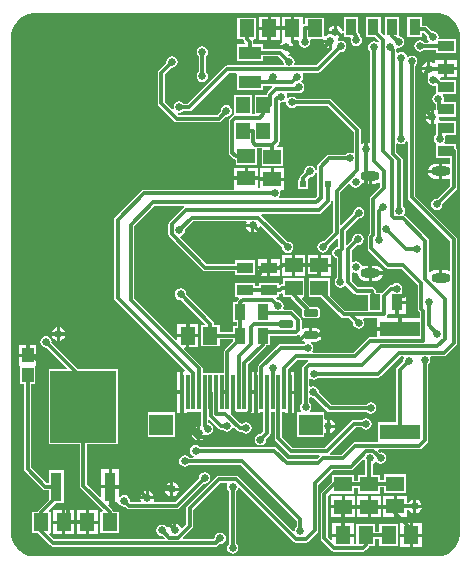
<source format=gbl>
G04*
G04 #@! TF.GenerationSoftware,Altium Limited,Altium Designer,20.0.2 (26)*
G04*
G04 Layer_Physical_Order=2*
G04 Layer_Color=16711680*
%FSLAX25Y25*%
%MOIN*%
G70*
G01*
G75*
%ADD13R,0.05433X0.03622*%
%ADD14R,0.03622X0.05433*%
%ADD17R,0.05906X0.05118*%
%ADD44C,0.01181*%
%ADD45C,0.02559*%
%ADD46O,0.06299X0.03150*%
%ADD47C,0.02657*%
%ADD48R,0.05118X0.05906*%
G04:AMPARAMS|DCode=49|XSize=48.42mil|YSize=23.62mil|CornerRadius=5.91mil|HoleSize=0mil|Usage=FLASHONLY|Rotation=180.000|XOffset=0mil|YOffset=0mil|HoleType=Round|Shape=RoundedRectangle|*
%AMROUNDEDRECTD49*
21,1,0.04842,0.01181,0,0,180.0*
21,1,0.03661,0.02362,0,0,180.0*
1,1,0.01181,-0.01831,0.00591*
1,1,0.01181,0.01831,0.00591*
1,1,0.01181,0.01831,-0.00591*
1,1,0.01181,-0.01831,-0.00591*
%
%ADD49ROUNDEDRECTD49*%
%ADD50R,0.13386X0.05118*%
%ADD51R,0.04724X0.05512*%
%ADD52R,0.07480X0.04331*%
%ADD53R,0.02362X0.01968*%
%ADD54R,0.03937X0.04724*%
%ADD55R,0.21850X0.23898*%
%ADD56R,0.03819X0.09606*%
%ADD57R,0.07874X0.07087*%
%ADD58R,0.01181X0.11811*%
G36*
X321194Y452453D02*
X322627Y451860D01*
X323917Y450998D01*
X325014Y449901D01*
X325875Y448612D01*
X326469Y447179D01*
X326772Y445657D01*
Y444882D01*
X326772Y279528D01*
Y278752D01*
X326469Y277231D01*
X325875Y275798D01*
X325014Y274508D01*
X323917Y273411D01*
X322627Y272550D01*
X321194Y271956D01*
X319673Y271654D01*
X318898D01*
Y271654D01*
X184264D01*
X182743Y271956D01*
X181310Y272550D01*
X180020Y273411D01*
X178923Y274508D01*
X178061Y275798D01*
X177468Y277231D01*
X177165Y278752D01*
Y279528D01*
Y444882D01*
Y445657D01*
X177468Y447179D01*
X178061Y448612D01*
X178923Y449901D01*
X180020Y450998D01*
X181310Y451860D01*
X182743Y452453D01*
X184264Y452756D01*
X319673D01*
X321194Y452453D01*
D02*
G37*
%LPC*%
G36*
X266748Y451590D02*
X263689D01*
Y448138D01*
X266748D01*
Y451590D01*
D02*
G37*
G36*
X270366D02*
X267307D01*
Y448138D01*
X270366D01*
Y451590D01*
D02*
G37*
G36*
X262689D02*
X259630D01*
Y448138D01*
X262689D01*
Y451590D01*
D02*
G37*
G36*
X284673Y448681D02*
X284284Y448604D01*
X283530Y448100D01*
X283026Y447346D01*
X282948Y446957D01*
X284673D01*
Y448681D01*
D02*
G37*
G36*
X266748Y447138D02*
X263689D01*
Y443685D01*
X266748D01*
Y447138D01*
D02*
G37*
G36*
X262689D02*
X259630D01*
Y443685D01*
X262689D01*
Y447138D01*
D02*
G37*
G36*
X314043Y451347D02*
X309224D01*
Y444717D01*
X314043D01*
Y446088D01*
X314598D01*
X315808Y444878D01*
X315774Y444711D01*
X315920Y443978D01*
X316277Y443444D01*
X316121Y442944D01*
X314949D01*
X314854Y443086D01*
X314233Y443501D01*
X313500Y443647D01*
X312767Y443501D01*
X312146Y443086D01*
X311731Y442465D01*
X311585Y441732D01*
X311731Y441000D01*
X312146Y440378D01*
X312767Y439963D01*
X313500Y439817D01*
X314233Y439963D01*
X314854Y440378D01*
X314949Y440520D01*
X318732D01*
Y439323D01*
X325362D01*
Y444142D01*
X319885D01*
X319567Y444528D01*
X319604Y444711D01*
X319458Y445444D01*
X319043Y446065D01*
X318422Y446480D01*
X317689Y446626D01*
X317522Y446593D01*
X315957Y448157D01*
X315564Y448420D01*
X315100Y448512D01*
X314043D01*
Y451347D01*
D02*
G37*
G36*
X270366Y447138D02*
X267307D01*
Y443685D01*
X267317D01*
X267469Y443185D01*
X267257Y443044D01*
X266753Y442289D01*
X266675Y441900D01*
X271125D01*
X271047Y442289D01*
X270543Y443044D01*
X270332Y443185D01*
X270366Y443299D01*
Y447138D01*
D02*
G37*
G36*
X283000Y442800D02*
X281275D01*
X281353Y442411D01*
X281857Y441656D01*
X282611Y441153D01*
X283000Y441075D01*
Y442800D01*
D02*
G37*
G36*
X321547Y437024D02*
X318331D01*
Y436258D01*
X317831Y435998D01*
X317289Y436360D01*
X316900Y436437D01*
Y434213D01*
X316400D01*
Y433713D01*
X314175D01*
X314253Y433323D01*
X314757Y432569D01*
X315511Y432065D01*
X315930Y431982D01*
X316160Y431426D01*
X316031Y431233D01*
X315885Y430500D01*
X316031Y429767D01*
X316446Y429146D01*
X317067Y428731D01*
X317800Y428585D01*
X318232Y428671D01*
X318726Y428313D01*
X318732Y428300D01*
Y425846D01*
X318146Y425454D01*
X317731Y424833D01*
X317585Y424100D01*
X317731Y423367D01*
X318146Y422746D01*
X318709Y422370D01*
Y420650D01*
X318712Y420633D01*
X318550Y420439D01*
X318232Y420279D01*
X318000Y420325D01*
Y418100D01*
Y415875D01*
X318232Y415921D01*
X318732Y415626D01*
Y412312D01*
X318646Y412254D01*
X318231Y411633D01*
X318085Y410900D01*
X318231Y410167D01*
X318543Y409701D01*
X318732Y409279D01*
Y404461D01*
X323488D01*
Y402564D01*
X322988Y402293D01*
X322562Y402469D01*
X321890Y402558D01*
X320815D01*
Y399961D01*
Y397364D01*
X321890D01*
X322562Y397452D01*
X322988Y397629D01*
X323488Y397358D01*
Y395202D01*
X319167Y390881D01*
X319000Y390915D01*
X318267Y390769D01*
X317646Y390354D01*
X317231Y389733D01*
X317085Y389000D01*
X317231Y388267D01*
X317646Y387646D01*
X318267Y387231D01*
X319000Y387085D01*
X319733Y387231D01*
X320354Y387646D01*
X320769Y388267D01*
X320915Y389000D01*
X320882Y389167D01*
X325557Y393843D01*
X325820Y394236D01*
X325912Y394700D01*
Y406870D01*
X325820Y407334D01*
X325557Y407727D01*
X325362Y407858D01*
Y409279D01*
X321777D01*
X321510Y409779D01*
X321769Y410167D01*
X321915Y410900D01*
X321799Y411480D01*
X322092Y411980D01*
X325362D01*
Y416799D01*
X319928D01*
X319665Y417299D01*
X319824Y418100D01*
X319939Y418240D01*
X325362D01*
Y423059D01*
X321664D01*
X321575Y423128D01*
X321307Y423559D01*
X321415Y424100D01*
X321269Y424833D01*
X320984Y425260D01*
X321228Y425760D01*
X325362D01*
Y430579D01*
X320412D01*
X320104Y430954D01*
X320289Y431402D01*
X321547D01*
Y434213D01*
Y437024D01*
D02*
G37*
G36*
X274425Y451590D02*
X271366D01*
Y447638D01*
Y443685D01*
X272734D01*
X273051Y443298D01*
X273013Y443109D01*
X273159Y442377D01*
X273574Y441755D01*
X274195Y441340D01*
X274928Y441194D01*
X275661Y441340D01*
X276282Y441755D01*
X276697Y442377D01*
X276843Y443109D01*
X276748Y443587D01*
X277089Y444087D01*
X280938D01*
X281173Y443800D01*
X283500D01*
Y443300D01*
X284000D01*
Y440894D01*
X284158Y440597D01*
X278905Y435344D01*
X271650D01*
X271414Y435785D01*
X271469Y435867D01*
X271615Y436600D01*
X271469Y437333D01*
X271054Y437954D01*
X270433Y438369D01*
X269740Y438507D01*
X269662Y438564D01*
X269558Y438697D01*
X269757Y439246D01*
X269789Y439253D01*
X270543Y439756D01*
X271047Y440511D01*
X271125Y440900D01*
X266404D01*
X266305Y440779D01*
X261032D01*
Y442331D01*
X257905D01*
Y443100D01*
X257813Y443564D01*
X257798Y443587D01*
X258000Y444031D01*
X258065Y444087D01*
X258866D01*
Y451189D01*
X252551D01*
Y444087D01*
X254496D01*
Y444084D01*
X254589Y443620D01*
X254851Y443227D01*
X255248Y442831D01*
X255041Y442331D01*
X252354D01*
Y436803D01*
X261032D01*
Y438355D01*
X266231D01*
X267818Y436767D01*
X267785Y436600D01*
X267931Y435867D01*
X267986Y435785D01*
X267751Y435344D01*
X249226D01*
X248762Y435251D01*
X248369Y434989D01*
X235993Y422612D01*
X234649D01*
X234554Y422754D01*
X233933Y423169D01*
X233200Y423315D01*
X232467Y423169D01*
X231846Y422754D01*
X231431Y422133D01*
X231285Y421400D01*
X231376Y420946D01*
X230915Y420700D01*
X228378Y423237D01*
Y432363D01*
X230533Y434518D01*
X230700Y434485D01*
X231433Y434631D01*
X232054Y435046D01*
X232469Y435667D01*
X232615Y436400D01*
X232469Y437133D01*
X232054Y437754D01*
X231433Y438169D01*
X230700Y438315D01*
X229967Y438169D01*
X229346Y437754D01*
X228931Y437133D01*
X228785Y436400D01*
X228818Y436233D01*
X226308Y433722D01*
X226045Y433329D01*
X225953Y432865D01*
Y422735D01*
X226045Y422271D01*
X226308Y421877D01*
X231443Y416743D01*
X231836Y416480D01*
X232300Y416388D01*
X246300D01*
X246764Y416480D01*
X247157Y416743D01*
X248733Y418319D01*
X248900Y418285D01*
X249633Y418431D01*
X250254Y418846D01*
X250669Y419467D01*
X250815Y420200D01*
X250669Y420933D01*
X250254Y421554D01*
X249633Y421969D01*
X248900Y422115D01*
X248167Y421969D01*
X247546Y421554D01*
X247131Y420933D01*
X246985Y420200D01*
X247019Y420033D01*
X245798Y418812D01*
X232859D01*
X232642Y419090D01*
X232887Y419548D01*
X233200Y419485D01*
X233933Y419631D01*
X234554Y420046D01*
X234649Y420188D01*
X236495D01*
X236959Y420280D01*
X237352Y420543D01*
X249728Y432919D01*
X252188D01*
X252354Y432488D01*
X252354D01*
Y426961D01*
X261032D01*
Y428512D01*
X263991D01*
X264198Y428012D01*
X262643Y426457D01*
X262380Y426064D01*
X262288Y425600D01*
Y425401D01*
X258260D01*
Y419012D01*
X257488D01*
Y425401D01*
X251567D01*
Y418946D01*
X251436Y418920D01*
X251043Y418657D01*
X250043Y417657D01*
X249780Y417264D01*
X249688Y416800D01*
Y406218D01*
X249780Y405754D01*
X250043Y405361D01*
X251143Y404261D01*
X251536Y403998D01*
X251961Y403914D01*
Y401961D01*
X259063D01*
Y407688D01*
X260622D01*
Y401764D01*
X267724D01*
Y408079D01*
X265873D01*
X265666Y408579D01*
X266288Y409200D01*
X266551Y409593D01*
X266643Y410057D01*
Y422702D01*
X267029Y423019D01*
X267200Y422985D01*
X267933Y423131D01*
X268329Y423396D01*
X268779Y423095D01*
X268760Y423000D01*
X268906Y422267D01*
X269321Y421646D01*
X269942Y421231D01*
X270675Y421085D01*
X271408Y421231D01*
X272029Y421646D01*
X272123Y421788D01*
X282698D01*
X291288Y413198D01*
Y406228D01*
X290847Y405993D01*
X290733Y406069D01*
X290000Y406215D01*
X289267Y406069D01*
X288646Y405654D01*
X288551Y405512D01*
X283000D01*
X282536Y405420D01*
X282143Y405157D01*
X279443Y402457D01*
X279180Y402064D01*
X279088Y401600D01*
Y400545D01*
X278588Y400496D01*
X278541Y400733D01*
X278126Y401354D01*
X277504Y401769D01*
X276772Y401915D01*
X276039Y401769D01*
X275418Y401354D01*
X275003Y400733D01*
X274857Y400000D01*
X274890Y399833D01*
X273552Y398495D01*
X273289Y398102D01*
X273197Y397638D01*
Y397252D01*
X272630D01*
Y394087D01*
X276189D01*
Y397252D01*
X276189D01*
X276057Y397571D01*
X276605Y398118D01*
X276772Y398085D01*
X277504Y398231D01*
X278126Y398646D01*
X278541Y399267D01*
X278588Y399504D01*
X279088Y399455D01*
Y391702D01*
X278362Y390976D01*
X266632D01*
X266441Y391476D01*
X266769Y391967D01*
X266915Y392700D01*
X266779Y393382D01*
X266807Y393522D01*
X266999Y393882D01*
X268126D01*
Y396941D01*
X264173D01*
X260220D01*
Y394241D01*
X259965Y394107D01*
X259465Y394394D01*
Y397138D01*
X255512D01*
X251559D01*
Y394412D01*
X251559Y394079D01*
X251128Y393912D01*
X221440D01*
X220976Y393820D01*
X220583Y393557D01*
X211741Y384716D01*
X211478Y384322D01*
X211386Y383858D01*
Y357902D01*
X211478Y357438D01*
X211741Y357045D01*
X235040Y333745D01*
X234849Y333283D01*
X234555D01*
Y326378D01*
Y319473D01*
X235646D01*
Y319874D01*
X240402D01*
Y315394D01*
X240200Y315183D01*
Y312700D01*
Y310475D01*
X240589Y310553D01*
X241343Y311057D01*
X241847Y311811D01*
X241967Y312411D01*
X242600Y312285D01*
X243333Y312431D01*
X243954Y312846D01*
X244369Y313467D01*
X244515Y314200D01*
X244369Y314933D01*
X243954Y315554D01*
X243333Y315969D01*
X242827Y316070D01*
Y316966D01*
X243288Y317158D01*
X246158Y314288D01*
X246551Y314025D01*
X247015Y313933D01*
X247697D01*
X247791Y313791D01*
X248412Y313376D01*
X249145Y313230D01*
X249878Y313376D01*
X250499Y313791D01*
X250914Y314412D01*
X250935Y314516D01*
X251413Y314661D01*
X252431Y313643D01*
X252824Y313380D01*
X253288Y313288D01*
X253951D01*
X254046Y313146D01*
X254667Y312731D01*
X255400Y312585D01*
X256133Y312731D01*
X256754Y313146D01*
X257169Y313767D01*
X257315Y314500D01*
X257169Y315233D01*
X256754Y315854D01*
X256133Y316269D01*
X255400Y316415D01*
X254667Y316269D01*
X254046Y315854D01*
X253532Y315971D01*
X250492Y319011D01*
X250563Y319181D01*
Y326378D01*
X251563D01*
Y319473D01*
X252654D01*
Y319874D01*
X255142D01*
Y319473D01*
X256232D01*
Y326378D01*
Y333283D01*
X256055D01*
Y335498D01*
X261920Y341363D01*
X262183Y341757D01*
X262224Y341961D01*
X263472D01*
Y345244D01*
X272057D01*
X272521Y345337D01*
X272914Y345600D01*
X273055Y345741D01*
X273555Y345534D01*
Y344882D01*
X273679Y344261D01*
X274030Y343735D01*
X274556Y343384D01*
X274889Y343318D01*
X274994Y342787D01*
X274646Y342554D01*
X274551Y342412D01*
X266988D01*
X266525Y342320D01*
X266131Y342057D01*
X259655Y335581D01*
X259392Y335187D01*
X259299Y334723D01*
Y333283D01*
X259122D01*
Y326378D01*
Y319473D01*
X260213D01*
Y319874D01*
X261189D01*
Y313295D01*
X260372Y312478D01*
X260205Y312511D01*
X259472Y312366D01*
X258851Y311950D01*
X258436Y311329D01*
X258290Y310597D01*
X258436Y309864D01*
X258851Y309243D01*
X259472Y308828D01*
X260205Y308682D01*
X260938Y308828D01*
X261559Y309243D01*
X261974Y309864D01*
X262120Y310597D01*
X262087Y310764D01*
X263259Y311936D01*
X263522Y312329D01*
X263614Y312793D01*
Y319874D01*
X264969D01*
Y310984D01*
X265061Y310520D01*
X265324Y310127D01*
X269615Y305836D01*
X270008Y305573D01*
X270472Y305481D01*
X279831D01*
X280038Y304981D01*
X279025Y303968D01*
X269525D01*
X265736Y307757D01*
X265343Y308020D01*
X264879Y308112D01*
X240052D01*
X239957Y308254D01*
X239336Y308669D01*
X238603Y308815D01*
X237871Y308669D01*
X237249Y308254D01*
X236834Y307633D01*
X236688Y306900D01*
X236834Y306167D01*
X237249Y305546D01*
X237871Y305131D01*
X237965Y305112D01*
X237915Y304612D01*
X236449D01*
X236354Y304754D01*
X235733Y305169D01*
X235000Y305315D01*
X234267Y305169D01*
X233646Y304754D01*
X233231Y304133D01*
X233085Y303400D01*
X233231Y302667D01*
X233646Y302046D01*
X234267Y301631D01*
X235000Y301485D01*
X235733Y301631D01*
X236354Y302046D01*
X236449Y302188D01*
X253578D01*
X272288Y283478D01*
Y281449D01*
X272146Y281354D01*
X271731Y280733D01*
X271641Y280280D01*
X271098Y280116D01*
X252957Y298257D01*
X252564Y298520D01*
X252100Y298612D01*
X246400D01*
X245936Y298520D01*
X245543Y298257D01*
X235847Y288562D01*
X235585Y288169D01*
X235492Y287705D01*
Y282338D01*
X234238Y281084D01*
X233759Y281229D01*
X233747Y281289D01*
X233243Y282043D01*
X232489Y282547D01*
X232100Y282625D01*
Y280400D01*
X231100D01*
Y282625D01*
X230711Y282547D01*
X229957Y282043D01*
X229576Y281474D01*
X229039Y281426D01*
X228997Y281439D01*
X228854Y281654D01*
X228233Y282069D01*
X227500Y282215D01*
X226767Y282069D01*
X226146Y281654D01*
X225731Y281033D01*
X225585Y280300D01*
X225731Y279567D01*
X226146Y278946D01*
X226767Y278531D01*
X227500Y278385D01*
X227667Y278418D01*
X228260Y277826D01*
X228068Y277364D01*
X191555D01*
X189861Y279058D01*
X190053Y279520D01*
X190362D01*
Y286622D01*
X189795D01*
X189603Y287084D01*
X192039Y289520D01*
X194713D01*
Y300323D01*
X189697D01*
Y296112D01*
X189020D01*
X183830Y301302D01*
Y329126D01*
X185185D01*
Y334917D01*
X185185Y335047D01*
X185499Y335417D01*
X185587D01*
Y338280D01*
X182618D01*
X179650D01*
Y335417D01*
X179738D01*
X180051Y335047D01*
X180051Y334917D01*
Y329126D01*
X181406D01*
Y300800D01*
X181498Y300336D01*
X181761Y299943D01*
X187661Y294043D01*
X188054Y293780D01*
X188518Y293688D01*
X189697D01*
Y290606D01*
X186348Y287257D01*
X186085Y286864D01*
X186037Y286622D01*
X184047D01*
Y279520D01*
X186096D01*
X186348Y279143D01*
X190196Y275295D01*
X190589Y275032D01*
X191053Y274939D01*
X245352D01*
X245816Y275032D01*
X246209Y275295D01*
X246733Y275818D01*
X246900Y275785D01*
X247633Y275931D01*
X248254Y276346D01*
X248669Y276967D01*
X248815Y277700D01*
X248669Y278433D01*
X248254Y279054D01*
X247633Y279469D01*
X246900Y279615D01*
X246167Y279469D01*
X245546Y279054D01*
X245131Y278433D01*
X244985Y277700D01*
X244576Y277364D01*
X234600D01*
X234409Y277826D01*
X237562Y280979D01*
X237825Y281372D01*
X237917Y281836D01*
Y287203D01*
X246902Y296188D01*
X249072D01*
X249307Y295747D01*
X249231Y295633D01*
X249085Y294900D01*
X249231Y294167D01*
X249646Y293546D01*
X249788Y293451D01*
Y275849D01*
X249646Y275754D01*
X249231Y275133D01*
X249085Y274400D01*
X249231Y273667D01*
X249646Y273046D01*
X250267Y272631D01*
X251000Y272485D01*
X251733Y272631D01*
X252354Y273046D01*
X252769Y273667D01*
X252915Y274400D01*
X252769Y275133D01*
X252354Y275754D01*
X252212Y275849D01*
Y293451D01*
X252354Y293546D01*
X252769Y294167D01*
X252806Y294356D01*
X253285Y294501D01*
X271143Y276643D01*
X271536Y276380D01*
X272000Y276288D01*
X275500D01*
X275964Y276380D01*
X276357Y276643D01*
X279204Y279489D01*
X279466Y279883D01*
X279559Y280346D01*
Y295544D01*
X284377Y300362D01*
X290275D01*
X290739Y300455D01*
X291132Y300718D01*
X294515Y304101D01*
X295058Y303936D01*
X295131Y303567D01*
X295245Y303397D01*
Y298827D01*
X292906D01*
Y296882D01*
X291346D01*
Y298827D01*
X284244D01*
Y296728D01*
X283943Y296526D01*
X280639Y293222D01*
X280376Y292829D01*
X280284Y292365D01*
Y277704D01*
X280376Y277240D01*
X280639Y276847D01*
X283843Y273643D01*
X284236Y273380D01*
X284700Y273288D01*
X294400D01*
X294864Y273380D01*
X295257Y273643D01*
X296133Y274518D01*
X296396Y274912D01*
X296451Y275189D01*
X298433D01*
Y277528D01*
X299795D01*
Y275189D01*
X306110D01*
Y282291D01*
X299795D01*
Y279953D01*
X298433D01*
Y282291D01*
X292118D01*
Y275712D01*
X291354D01*
Y278240D01*
X287795D01*
X284236D01*
Y277331D01*
X283774Y277140D01*
X282708Y278206D01*
Y291863D01*
X283782Y292937D01*
X284244Y292745D01*
Y292512D01*
X291346D01*
Y294457D01*
X292906D01*
Y292512D01*
X300008D01*
Y294654D01*
X301567D01*
Y292709D01*
X308669D01*
Y299024D01*
X301567D01*
Y297078D01*
X300008D01*
Y298827D01*
X297669D01*
Y302555D01*
X298254Y302946D01*
X298378Y303131D01*
X298878D01*
X298934Y303048D01*
X299555Y302633D01*
X300288Y302487D01*
X301020Y302633D01*
X301641Y303048D01*
X302057Y303669D01*
X302202Y304402D01*
X302057Y305134D01*
X301641Y305755D01*
X301020Y306171D01*
X300288Y306316D01*
X300122Y306283D01*
X299531Y306874D01*
X299723Y307336D01*
X313148D01*
X313612Y307428D01*
X314005Y307691D01*
X315857Y309543D01*
X316120Y309936D01*
X316212Y310400D01*
Y335651D01*
X316354Y335746D01*
X316769Y336367D01*
X316915Y337100D01*
X316769Y337833D01*
X316693Y337947D01*
X316929Y338388D01*
X321425D01*
X321889Y338480D01*
X322282Y338743D01*
X325557Y342018D01*
X325820Y342411D01*
X325912Y342875D01*
Y377300D01*
X325820Y377764D01*
X325557Y378157D01*
X311812Y391902D01*
Y435251D01*
X311954Y435346D01*
X312369Y435967D01*
X312515Y436700D01*
X312369Y437433D01*
X311954Y438054D01*
X311333Y438469D01*
X310600Y438615D01*
X309867Y438469D01*
X309553Y438259D01*
X308998Y438489D01*
X308969Y438633D01*
X308554Y439254D01*
X307933Y439669D01*
X307200Y439815D01*
X306467Y439669D01*
X306043Y439386D01*
X305543Y439632D01*
Y440469D01*
X305470Y440836D01*
X305668Y441133D01*
X305746Y441205D01*
X305893Y441262D01*
X306279Y441185D01*
X307011Y441331D01*
X307632Y441746D01*
X308048Y442367D01*
X308193Y443100D01*
X308048Y443833D01*
X307632Y444454D01*
X307011Y444869D01*
X306524Y444966D01*
Y451347D01*
X301705D01*
Y445617D01*
X301243Y445426D01*
X300264Y446405D01*
Y451347D01*
X295445D01*
Y444717D01*
X298523D01*
X299722Y443518D01*
X299680Y443168D01*
X299184Y442967D01*
X298733Y443269D01*
X298000Y443415D01*
X297267Y443269D01*
X296646Y442854D01*
X296231Y442233D01*
X296085Y441500D01*
X296231Y440767D01*
X296646Y440146D01*
X296788Y440051D01*
Y409737D01*
X296288Y409468D01*
X296000Y409525D01*
Y407300D01*
X295000D01*
Y409525D01*
X294611Y409447D01*
X294212Y409181D01*
X293712Y409448D01*
Y413700D01*
X293620Y414164D01*
X293357Y414557D01*
X284057Y423857D01*
X283664Y424120D01*
X283200Y424212D01*
X272123D01*
X272029Y424354D01*
X271408Y424769D01*
X270675Y424915D01*
X269942Y424769D01*
X269546Y424504D01*
X269096Y424805D01*
X269115Y424900D01*
X268969Y425633D01*
X268914Y425715D01*
X269149Y426156D01*
X272328D01*
X272376Y426166D01*
X272930Y426056D01*
X273662Y426201D01*
X274284Y426616D01*
X274699Y427238D01*
X274844Y427970D01*
X274699Y428703D01*
X274284Y429324D01*
X273829Y429628D01*
X273775Y430135D01*
X273795Y430206D01*
X273854Y430246D01*
X274269Y430867D01*
X274415Y431600D01*
X274269Y432333D01*
X274172Y432478D01*
X274408Y432919D01*
X279407D01*
X279871Y433011D01*
X280264Y433274D01*
X286804Y439814D01*
X286971Y439780D01*
X287704Y439926D01*
X288325Y440341D01*
X288740Y440962D01*
X288886Y441695D01*
X288740Y442428D01*
X288325Y443049D01*
X287704Y443464D01*
X286971Y443610D01*
X286238Y443464D01*
X286177Y443497D01*
X285982Y444168D01*
X286063Y444309D01*
X286817Y444813D01*
X287320Y445567D01*
X287425Y446094D01*
X287925Y446045D01*
Y444717D01*
X290065D01*
X290388Y444217D01*
X290285Y443700D01*
X290431Y442967D01*
X290846Y442346D01*
X291467Y441931D01*
X292200Y441785D01*
X292933Y441931D01*
X293554Y442346D01*
X293969Y442967D01*
X294115Y443700D01*
X293969Y444433D01*
X293554Y445054D01*
X293412Y445149D01*
Y445235D01*
X293320Y445698D01*
X293057Y446092D01*
X292744Y446405D01*
Y451347D01*
X287925D01*
Y446869D01*
X287425Y446819D01*
X287320Y447346D01*
X286817Y448100D01*
X286063Y448604D01*
X285673Y448681D01*
Y446457D01*
X285173D01*
Y445957D01*
X282899D01*
X282611Y445447D01*
X282004Y445042D01*
X281504Y445247D01*
Y451189D01*
X275189D01*
Y449280D01*
X274871Y449130D01*
X274425Y449440D01*
Y451590D01*
D02*
G37*
G36*
X325764Y437024D02*
X322547D01*
Y434713D01*
X325764D01*
Y437024D01*
D02*
G37*
G36*
X315900Y436437D02*
X315511Y436360D01*
X314757Y435856D01*
X314253Y435102D01*
X314175Y434713D01*
X315900D01*
Y436437D01*
D02*
G37*
G36*
X325764Y433713D02*
X322547D01*
Y431402D01*
X325764D01*
Y433713D01*
D02*
G37*
G36*
X240900Y441715D02*
X240167Y441569D01*
X239546Y441154D01*
X239131Y440533D01*
X238985Y439800D01*
X239131Y439067D01*
X239546Y438446D01*
X239688Y438351D01*
Y433149D01*
X239546Y433054D01*
X239131Y432433D01*
X238985Y431700D01*
X239131Y430967D01*
X239546Y430346D01*
X240167Y429931D01*
X240900Y429785D01*
X241633Y429931D01*
X242254Y430346D01*
X242669Y430967D01*
X242815Y431700D01*
X242669Y432433D01*
X242254Y433054D01*
X242112Y433149D01*
Y438351D01*
X242254Y438446D01*
X242669Y439067D01*
X242815Y439800D01*
X242669Y440533D01*
X242254Y441154D01*
X241633Y441569D01*
X240900Y441715D01*
D02*
G37*
G36*
X317000Y420325D02*
X316611Y420247D01*
X315857Y419743D01*
X315353Y418989D01*
X315275Y418600D01*
X317000D01*
Y420325D01*
D02*
G37*
G36*
Y417600D02*
X315275D01*
X315353Y417211D01*
X315857Y416457D01*
X316611Y415953D01*
X317000Y415875D01*
Y417600D01*
D02*
G37*
G36*
X319815Y402558D02*
X318740D01*
X318068Y402469D01*
X317442Y402210D01*
X316904Y401797D01*
X316491Y401259D01*
X316232Y400633D01*
X316209Y400461D01*
X319815D01*
Y402558D01*
D02*
G37*
G36*
X259465Y401197D02*
X256012D01*
Y398138D01*
X259465D01*
Y401197D01*
D02*
G37*
G36*
X255012D02*
X251559D01*
Y398138D01*
X255012D01*
Y401197D01*
D02*
G37*
G36*
X268126Y401000D02*
X264673D01*
Y397941D01*
X268126D01*
Y401000D01*
D02*
G37*
G36*
X263673D02*
X260220D01*
Y397941D01*
X263673D01*
Y401000D01*
D02*
G37*
G36*
X319815Y399461D02*
X316209D01*
X316232Y399289D01*
X316491Y398662D01*
X316904Y398124D01*
X317442Y397712D01*
X318068Y397452D01*
X318740Y397364D01*
X319815D01*
Y399461D01*
D02*
G37*
G36*
X193413Y348068D02*
Y346343D01*
X195138D01*
X195061Y346732D01*
X194557Y347486D01*
X193803Y347990D01*
X193413Y348068D01*
D02*
G37*
G36*
X192413D02*
X192024Y347990D01*
X191270Y347486D01*
X190766Y346732D01*
X190689Y346343D01*
X192413D01*
Y348068D01*
D02*
G37*
G36*
X195138Y345343D02*
X193413D01*
Y343618D01*
X193803Y343696D01*
X194557Y344199D01*
X195061Y344953D01*
X195138Y345343D01*
D02*
G37*
G36*
X192413D02*
X190689D01*
X190766Y344953D01*
X191270Y344199D01*
X192024Y343696D01*
X192413Y343618D01*
Y345343D01*
D02*
G37*
G36*
X185587Y342142D02*
X183118D01*
Y339280D01*
X185587D01*
Y342142D01*
D02*
G37*
G36*
X182118D02*
X179650D01*
Y339280D01*
X182118D01*
Y342142D01*
D02*
G37*
G36*
X233555Y333283D02*
X232465D01*
Y326878D01*
X233555D01*
Y333283D01*
D02*
G37*
G36*
X258122D02*
X257232D01*
Y326378D01*
Y319473D01*
X258122D01*
Y326378D01*
Y333283D01*
D02*
G37*
G36*
X233555Y325878D02*
X232465D01*
Y319473D01*
X233555D01*
Y325878D01*
D02*
G37*
G36*
X239200Y314925D02*
X238811Y314847D01*
X238057Y314343D01*
X237553Y313589D01*
X237475Y313200D01*
X239200D01*
Y314925D01*
D02*
G37*
G36*
X231681Y319693D02*
X222610D01*
Y311409D01*
X231681D01*
Y319693D01*
D02*
G37*
G36*
X239200Y312200D02*
X237475D01*
X237553Y311811D01*
X238057Y311057D01*
X238811Y310553D01*
X239200Y310475D01*
Y312200D01*
D02*
G37*
G36*
X241600Y299769D02*
X240867Y299623D01*
X240246Y299208D01*
X239831Y298587D01*
X239685Y297854D01*
X239719Y297687D01*
X231843Y289812D01*
X224813D01*
X224612Y290189D01*
X224597Y290312D01*
X224666Y290659D01*
X220216D01*
X220285Y290312D01*
X220270Y290189D01*
X220069Y289812D01*
X217190D01*
X216815Y290200D01*
X216669Y290933D01*
X216254Y291554D01*
X215633Y291969D01*
X214900Y292115D01*
X214167Y291969D01*
X213567Y291568D01*
X213446Y291592D01*
X213067Y291737D01*
Y294421D01*
X210657D01*
Y289118D01*
X213067D01*
X213489Y288931D01*
X213546Y288846D01*
X214167Y288431D01*
X214900Y288285D01*
X215067Y288318D01*
X215643Y287743D01*
X216036Y287480D01*
X216500Y287388D01*
X232346D01*
X232809Y287480D01*
X233203Y287743D01*
X241433Y295973D01*
X241600Y295940D01*
X242333Y296085D01*
X242954Y296500D01*
X243369Y297122D01*
X243515Y297854D01*
X243369Y298587D01*
X242954Y299208D01*
X242333Y299623D01*
X241600Y299769D01*
D02*
G37*
G36*
X213067Y300724D02*
X210657D01*
Y295421D01*
X213067D01*
Y300724D01*
D02*
G37*
G36*
X209657D02*
X207248D01*
Y295421D01*
X209657D01*
Y300724D01*
D02*
G37*
G36*
X231200Y296325D02*
Y294600D01*
X232925D01*
X232847Y294989D01*
X232343Y295743D01*
X231589Y296247D01*
X231200Y296325D01*
D02*
G37*
G36*
X230200D02*
X229811Y296247D01*
X229057Y295743D01*
X228553Y294989D01*
X228475Y294600D01*
X230200D01*
Y296325D01*
D02*
G37*
G36*
X232925Y293600D02*
X231200D01*
Y291875D01*
X231589Y291953D01*
X232343Y292457D01*
X232847Y293211D01*
X232925Y293600D01*
D02*
G37*
G36*
X230200D02*
X228475D01*
X228553Y293211D01*
X229057Y292457D01*
X229811Y291953D01*
X230200Y291875D01*
Y293600D01*
D02*
G37*
G36*
X222941Y293384D02*
Y291659D01*
X224666D01*
X224588Y292048D01*
X224084Y292802D01*
X223330Y293306D01*
X222941Y293384D01*
D02*
G37*
G36*
X221941D02*
X221552Y293306D01*
X220798Y292802D01*
X220294Y292048D01*
X220216Y291659D01*
X221941D01*
Y293384D01*
D02*
G37*
G36*
X312200Y290611D02*
Y288886D01*
X313925D01*
X313847Y289275D01*
X313343Y290029D01*
X312589Y290533D01*
X312200Y290611D01*
D02*
G37*
G36*
X304618Y291945D02*
X301166D01*
Y288886D01*
X304618D01*
Y291945D01*
D02*
G37*
G36*
X300410Y291748D02*
X296957D01*
Y288689D01*
X300410D01*
Y291748D01*
D02*
G37*
G36*
X291748D02*
X288295D01*
Y288689D01*
X291748D01*
Y291748D01*
D02*
G37*
G36*
X295957D02*
X292504D01*
Y288689D01*
X295957D01*
Y291748D01*
D02*
G37*
G36*
X287295D02*
X283842D01*
Y288689D01*
X287295D01*
Y291748D01*
D02*
G37*
G36*
X313925Y287886D02*
X312200D01*
Y286161D01*
X312589Y286239D01*
X313343Y286742D01*
X313847Y287496D01*
X313925Y287886D01*
D02*
G37*
G36*
X309071Y291945D02*
X305618D01*
Y288386D01*
Y284827D01*
X309071D01*
Y287250D01*
X309534Y287475D01*
X309571Y287469D01*
X310057Y286742D01*
X310811Y286239D01*
X311200Y286161D01*
Y288386D01*
Y290611D01*
X310811Y290533D01*
X310057Y290029D01*
X309571Y289302D01*
X309534Y289297D01*
X309071Y289522D01*
Y291945D01*
D02*
G37*
G36*
X304618Y287886D02*
X301166D01*
Y284827D01*
X304618D01*
Y287886D01*
D02*
G37*
G36*
X300410Y287689D02*
X296957D01*
Y284630D01*
X300410D01*
Y287689D01*
D02*
G37*
G36*
X295957D02*
X292504D01*
Y284630D01*
X295957D01*
Y287689D01*
D02*
G37*
G36*
X291748D02*
X288295D01*
Y284630D01*
X291748D01*
Y287689D01*
D02*
G37*
G36*
X287295D02*
X283842D01*
Y284630D01*
X287295D01*
Y287689D01*
D02*
G37*
G36*
X206118Y287024D02*
X203059D01*
Y283571D01*
X206118D01*
Y287024D01*
D02*
G37*
G36*
X198244D02*
X195185D01*
Y283571D01*
X198244D01*
Y287024D01*
D02*
G37*
G36*
X194185D02*
X191126D01*
Y283571D01*
X194185D01*
Y287024D01*
D02*
G37*
G36*
X202059D02*
X199000D01*
Y283571D01*
X202059D01*
Y287024D01*
D02*
G37*
G36*
X188700Y345115D02*
X187967Y344969D01*
X187346Y344554D01*
X186931Y343933D01*
X186785Y343200D01*
X186931Y342467D01*
X187346Y341846D01*
X187967Y341431D01*
X188700Y341285D01*
X188867Y341318D01*
X195602Y334584D01*
X195410Y334122D01*
X189658D01*
Y309028D01*
X199969D01*
Y295258D01*
X200061Y294794D01*
X200324Y294401D01*
X207641Y287084D01*
X207450Y286622D01*
X206882D01*
Y279520D01*
X213197D01*
Y286622D01*
X211208D01*
X211159Y286864D01*
X210897Y287257D01*
X209498Y288656D01*
X209657Y289042D01*
Y294421D01*
X207248D01*
Y291559D01*
X206786Y291368D01*
X202394Y295760D01*
Y309028D01*
X212705D01*
Y334122D01*
X199492D01*
X190582Y343033D01*
X190615Y343200D01*
X190469Y343933D01*
X190054Y344554D01*
X189433Y344969D01*
X188700Y345115D01*
D02*
G37*
G36*
X291354Y282693D02*
X288295D01*
Y279240D01*
X291354D01*
Y282693D01*
D02*
G37*
G36*
X313992D02*
X310933D01*
Y279240D01*
X313992D01*
Y282693D01*
D02*
G37*
G36*
X309933D02*
X306874D01*
Y279240D01*
X309933D01*
Y282693D01*
D02*
G37*
G36*
X287295D02*
X284236D01*
Y279240D01*
X287295D01*
Y282693D01*
D02*
G37*
G36*
X206118Y282571D02*
X203059D01*
Y279118D01*
X206118D01*
Y282571D01*
D02*
G37*
G36*
X202059D02*
X199000D01*
Y279118D01*
X202059D01*
Y282571D01*
D02*
G37*
G36*
X198244D02*
X195185D01*
Y279118D01*
X198244D01*
Y282571D01*
D02*
G37*
G36*
X194185D02*
X191126D01*
Y279118D01*
X194185D01*
Y282571D01*
D02*
G37*
G36*
X313992Y278240D02*
X310933D01*
Y274787D01*
X313992D01*
Y278240D01*
D02*
G37*
G36*
X309933D02*
X306874D01*
Y274787D01*
X309933D01*
Y278240D01*
D02*
G37*
%LPD*%
G36*
X309388Y409904D02*
Y391400D01*
X309480Y390936D01*
X309743Y390543D01*
X323488Y376798D01*
Y367209D01*
X322988Y366939D01*
X322562Y367115D01*
X321890Y367203D01*
X320815D01*
Y364606D01*
X319815D01*
Y367203D01*
X318740D01*
X318068Y367115D01*
X317442Y366856D01*
X316904Y366443D01*
X316875Y366405D01*
X316375Y366575D01*
Y376862D01*
X316282Y377326D01*
X316020Y377720D01*
X308497Y385242D01*
X308103Y385505D01*
X307998Y385761D01*
X308269Y386167D01*
X308415Y386900D01*
X308269Y387633D01*
X307854Y388254D01*
X307712Y388349D01*
Y403700D01*
X307620Y404164D01*
X307357Y404557D01*
X305543Y406371D01*
Y409168D01*
X306043Y409414D01*
X306467Y409131D01*
X307200Y408985D01*
X307933Y409131D01*
X308554Y409546D01*
X308888Y410046D01*
X309388Y409904D01*
D02*
G37*
G36*
X297390Y395946D02*
X298465D01*
X299137Y396035D01*
X299588Y396222D01*
X300088Y395966D01*
Y394902D01*
X296995Y391809D01*
X296732Y391416D01*
X296639Y390952D01*
Y379302D01*
X296274Y378937D01*
X296011Y378543D01*
X295919Y378080D01*
Y374400D01*
X296011Y373936D01*
X296274Y373543D01*
X301874Y367943D01*
X302268Y367680D01*
X302731Y367588D01*
X307298D01*
X312678Y362208D01*
Y354225D01*
X312770Y353762D01*
X313033Y353368D01*
X313367Y353034D01*
Y351000D01*
X307193D01*
Y347441D01*
X306693D01*
Y346941D01*
X299000D01*
Y344812D01*
X296900D01*
X296436Y344720D01*
X296043Y344457D01*
X291098Y339512D01*
X277686D01*
X277465Y340012D01*
X277769Y340467D01*
X277915Y341200D01*
X277769Y341933D01*
X277354Y342554D01*
X277045Y342760D01*
X277197Y343260D01*
X278838D01*
X279459Y343384D01*
X279985Y343735D01*
X280337Y344261D01*
X280460Y344882D01*
Y344972D01*
X277008D01*
Y345472D01*
X276508D01*
Y347685D01*
X275177D01*
X274556Y347561D01*
X274512Y347532D01*
X274012Y347799D01*
Y350400D01*
X273920Y350864D01*
X273657Y351257D01*
X271357Y353557D01*
X270964Y353820D01*
X270500Y353912D01*
X268028D01*
X267793Y354353D01*
X267869Y354467D01*
X268015Y355200D01*
X267869Y355933D01*
X267454Y356554D01*
X266833Y356969D01*
X266100Y357115D01*
X265933Y357082D01*
X265472Y357542D01*
X265664Y358004D01*
X266307D01*
Y359201D01*
X266700D01*
X267164Y359293D01*
X267209Y359323D01*
X267709Y359056D01*
Y358063D01*
X270256D01*
X270403Y357844D01*
X274130Y354116D01*
X274057Y354007D01*
X273965Y353543D01*
Y352362D01*
X274057Y351898D01*
X274320Y351505D01*
X274713Y351242D01*
X275177Y351150D01*
X278838D01*
X279302Y351242D01*
X279696Y351505D01*
X279959Y351898D01*
X280051Y352362D01*
Y353543D01*
X279959Y354007D01*
X279696Y354401D01*
X279302Y354663D01*
X278838Y354756D01*
X276919D01*
X274074Y357601D01*
X274265Y358063D01*
X274811D01*
Y364378D01*
X267709D01*
Y362433D01*
X267507D01*
X267043Y362340D01*
X266807Y362183D01*
X266307Y362396D01*
Y362823D01*
X259677D01*
Y361626D01*
X258433D01*
Y362823D01*
X251803D01*
Y358004D01*
X252836D01*
X253028Y357542D01*
X252686Y357201D01*
X252423Y356807D01*
X252355Y356465D01*
X251134D01*
Y349835D01*
X252331D01*
Y348591D01*
X251134D01*
Y346488D01*
X246661D01*
Y348827D01*
X244716D01*
Y349151D01*
X244624Y349615D01*
X244361Y350008D01*
X235482Y358888D01*
X235515Y359055D01*
X235369Y359788D01*
X234954Y360409D01*
X234333Y360824D01*
X233600Y360970D01*
X232867Y360824D01*
X232246Y360409D01*
X231831Y359788D01*
X231685Y359055D01*
X231831Y358323D01*
X232246Y357701D01*
X232867Y357286D01*
X233600Y357140D01*
X233767Y357174D01*
X241652Y349289D01*
X241461Y348827D01*
X240347D01*
Y341724D01*
X246661D01*
Y344063D01*
X251134D01*
Y343400D01*
X248316Y340582D01*
X248053Y340188D01*
X247961Y339724D01*
Y332882D01*
X240937D01*
Y334291D01*
X240844Y334755D01*
X240582Y335149D01*
X234869Y340861D01*
X235061Y341323D01*
X235524D01*
Y344776D01*
X232465D01*
Y343919D01*
X232003Y343727D01*
X218141Y357589D01*
Y381781D01*
X224912Y388551D01*
X234637D01*
X234761Y388052D01*
X234482Y387865D01*
X229874Y383257D01*
X229611Y382864D01*
X229519Y382400D01*
Y379106D01*
X229611Y378642D01*
X229874Y378248D01*
X241047Y367076D01*
X241440Y366813D01*
X241904Y366721D01*
X251803D01*
Y365524D01*
X258433D01*
Y370342D01*
X251803D01*
Y369145D01*
X242406D01*
X233514Y378038D01*
X233678Y378580D01*
X233933Y378631D01*
X234554Y379046D01*
X234969Y379667D01*
X235115Y380400D01*
X235082Y380567D01*
X237902Y383388D01*
X255355D01*
X255591Y382947D01*
X255553Y382889D01*
X255475Y382500D01*
X257700D01*
Y382000D01*
X258200D01*
Y379775D01*
X258589Y379853D01*
X259343Y380357D01*
X259847Y381111D01*
X259950Y381628D01*
X260493Y381793D01*
X267419Y374867D01*
X267385Y374700D01*
X267531Y373967D01*
X267946Y373346D01*
X268567Y372931D01*
X269300Y372785D01*
X270033Y372931D01*
X270654Y373346D01*
X271069Y373967D01*
X271215Y374700D01*
X271069Y375433D01*
X270654Y376054D01*
X270033Y376469D01*
X269300Y376615D01*
X269133Y376582D01*
X260419Y385296D01*
X260626Y385796D01*
X279685D01*
X280149Y385888D01*
X280542Y386151D01*
X283534Y389143D01*
X283797Y389536D01*
X283890Y390000D01*
X284388Y389996D01*
Y379802D01*
X281267Y376681D01*
X281100Y376715D01*
X280367Y376569D01*
X279746Y376154D01*
X279331Y375533D01*
X279185Y374800D01*
X279331Y374067D01*
X279746Y373446D01*
X280367Y373031D01*
X281100Y372885D01*
X281833Y373031D01*
X282454Y373446D01*
X282869Y374067D01*
X283015Y374800D01*
X282981Y374967D01*
X285726Y377711D01*
X286188Y377520D01*
Y374887D01*
X286100Y374815D01*
X285367Y374669D01*
X284746Y374254D01*
X284331Y373633D01*
X284185Y372900D01*
X284256Y372545D01*
X283803Y372260D01*
X283473Y372260D01*
X280421D01*
Y369201D01*
X283874D01*
Y371789D01*
X283874Y371803D01*
X283874Y371803D01*
X283874Y372020D01*
X284123Y372100D01*
X284374Y372103D01*
X284409Y372050D01*
X284746Y371546D01*
X285367Y371131D01*
X285688Y371067D01*
Y364549D01*
X285546Y364454D01*
X285131Y363833D01*
X284985Y363100D01*
X285131Y362367D01*
X285546Y361746D01*
X286167Y361331D01*
X286900Y361185D01*
X287633Y361331D01*
X288254Y361746D01*
X288889Y361797D01*
X291443Y359243D01*
X291836Y358980D01*
X292300Y358888D01*
X295976D01*
Y353512D01*
X288502D01*
X283472Y358542D01*
Y364378D01*
X276370D01*
Y358063D01*
X280523D01*
X287143Y351443D01*
X287536Y351180D01*
X288000Y351088D01*
X289598D01*
X291119Y349567D01*
X291085Y349400D01*
X291231Y348667D01*
X291646Y348046D01*
X292267Y347631D01*
X293000Y347485D01*
X293733Y347631D01*
X294354Y348046D01*
X294769Y348667D01*
X294915Y349400D01*
X294769Y350133D01*
X294465Y350588D01*
X294686Y351088D01*
X298536D01*
X299000Y351000D01*
Y347941D01*
X306193D01*
Y351000D01*
X302495D01*
X302361Y351249D01*
X302295Y351500D01*
X302520Y351836D01*
X302612Y352300D01*
Y352540D01*
X303095Y352583D01*
Y352583D01*
X305406D01*
Y356299D01*
X305906D01*
Y356799D01*
X308717D01*
Y360016D01*
X307823D01*
X307438Y360516D01*
X307515Y360900D01*
X307369Y361633D01*
X306954Y362254D01*
X306333Y362669D01*
X305600Y362815D01*
X304867Y362669D01*
X304246Y362254D01*
X304151Y362112D01*
X303900D01*
X303436Y362020D01*
X303043Y361757D01*
X301170Y359885D01*
X300795Y359614D01*
Y359614D01*
X300795Y359614D01*
X298847D01*
X298666Y360379D01*
X298625Y360468D01*
X298606Y360564D01*
X298528Y360681D01*
X298469Y360809D01*
X298397Y360876D01*
X298343Y360957D01*
X298226Y361036D01*
X298123Y361132D01*
X298031Y361166D01*
X297950Y361220D01*
X297812Y361247D01*
X297679Y361297D01*
X297582Y361293D01*
X297486Y361312D01*
X292802D01*
X290612Y363502D01*
Y366168D01*
X291053Y366404D01*
X291217Y366295D01*
X291969Y366145D01*
X292237Y366199D01*
X292344Y366160D01*
X292749Y365791D01*
X292807Y365352D01*
X293066Y364725D01*
X293479Y364187D01*
X294017Y363775D01*
X294643Y363515D01*
X295315Y363427D01*
X296390D01*
Y366024D01*
Y368621D01*
X295315D01*
X294643Y368532D01*
X294381Y368424D01*
X293812Y368722D01*
X293784Y368862D01*
X293358Y369500D01*
X292721Y369926D01*
X291969Y370075D01*
X291217Y369926D01*
X291053Y369817D01*
X290612Y370052D01*
Y373498D01*
X292533Y375418D01*
X292700Y375385D01*
X293433Y375531D01*
X294054Y375946D01*
X294469Y376567D01*
X294615Y377300D01*
X294469Y378033D01*
X294054Y378654D01*
X293433Y379069D01*
X292700Y379215D01*
X291967Y379069D01*
X291346Y378654D01*
X290931Y378033D01*
X290785Y377300D01*
X290819Y377133D01*
X289074Y375389D01*
X288612Y375580D01*
Y379998D01*
X292933Y384318D01*
X293100Y384285D01*
X293833Y384431D01*
X294454Y384846D01*
X294869Y385467D01*
X295015Y386200D01*
X294869Y386933D01*
X294454Y387554D01*
X293833Y387969D01*
X293100Y388115D01*
X292367Y387969D01*
X291746Y387554D01*
X291331Y386933D01*
X291185Y386200D01*
X291218Y386033D01*
X287274Y382089D01*
X286812Y382280D01*
Y393098D01*
X289698Y395984D01*
X290177Y395839D01*
X290200Y395724D01*
X290615Y395103D01*
X291236Y394688D01*
X291969Y394542D01*
X292701Y394688D01*
X293322Y395103D01*
X293738Y395724D01*
X293770Y395887D01*
X294335Y396163D01*
X294643Y396035D01*
X295315Y395946D01*
X296390D01*
Y398543D01*
X297390D01*
Y395946D01*
D02*
G37*
G36*
X308153Y337888D02*
X307983Y337633D01*
X307837Y336900D01*
X307870Y336733D01*
X305843Y334705D01*
X305580Y334312D01*
X305488Y333848D01*
Y316347D01*
X299402D01*
Y310032D01*
X299014Y309760D01*
X291900D01*
X291436Y309668D01*
X291043Y309405D01*
X287180Y305543D01*
X283555D01*
X283348Y306043D01*
X291939Y314634D01*
X294024D01*
X294118Y314493D01*
X294740Y314077D01*
X295472Y313932D01*
X296205Y314077D01*
X296826Y314493D01*
X297241Y315114D01*
X297387Y315846D01*
X297241Y316579D01*
X296826Y317200D01*
X296205Y317616D01*
X295472Y317761D01*
X294740Y317616D01*
X294118Y317200D01*
X294024Y317059D01*
X291437D01*
X290973Y316966D01*
X290580Y316704D01*
X281781Y307905D01*
X270975D01*
X267393Y311486D01*
Y319874D01*
X268370D01*
Y319473D01*
X269461D01*
Y326378D01*
Y333283D01*
X269283D01*
Y333869D01*
X272502Y337088D01*
X276127D01*
X276177Y336588D01*
X275836Y336520D01*
X275443Y336257D01*
X274443Y335257D01*
X274180Y334864D01*
X274088Y334400D01*
Y322849D01*
X273946Y322754D01*
X273531Y322133D01*
X273385Y321400D01*
X273531Y320667D01*
X273848Y320193D01*
X273643Y319693D01*
X272512D01*
Y311409D01*
X281583D01*
Y312724D01*
X281677Y312774D01*
X282083Y312938D01*
X282400Y312875D01*
Y315100D01*
Y317325D01*
X282083Y317262D01*
X281677Y317426D01*
X281583Y317476D01*
Y319693D01*
X276957D01*
X276752Y320193D01*
X277069Y320667D01*
X277215Y321400D01*
X277069Y322133D01*
X276654Y322754D01*
X276512Y322849D01*
Y324567D01*
X277012Y324835D01*
X277167Y324731D01*
X277900Y324585D01*
X278067Y324619D01*
X282480Y320206D01*
X282873Y319943D01*
X283337Y319851D01*
X295500D01*
X295595Y319709D01*
X296216Y319294D01*
X296949Y319148D01*
X297682Y319294D01*
X298303Y319709D01*
X298718Y320330D01*
X298864Y321063D01*
X298718Y321796D01*
X298303Y322417D01*
X297682Y322832D01*
X296949Y322978D01*
X296216Y322832D01*
X295595Y322417D01*
X295500Y322275D01*
X283839D01*
X279782Y326333D01*
X279815Y326500D01*
X279669Y327233D01*
X279254Y327854D01*
X278633Y328269D01*
X277900Y328415D01*
X277167Y328269D01*
X277012Y328165D01*
X276512Y328433D01*
Y330634D01*
X277012Y330901D01*
X277267Y330731D01*
X278000Y330585D01*
X278733Y330731D01*
X279354Y331146D01*
X279449Y331288D01*
X299429D01*
X299893Y331380D01*
X300286Y331643D01*
X307031Y338388D01*
X307886D01*
X308153Y337888D01*
D02*
G37*
%LPC*%
G36*
X257200Y381500D02*
X255475D01*
X255553Y381111D01*
X256057Y380357D01*
X256811Y379853D01*
X257200Y379775D01*
Y381500D01*
D02*
G37*
G36*
X275213Y372260D02*
X271760D01*
Y369201D01*
X275213D01*
Y372260D01*
D02*
G37*
G36*
X270760D02*
X267307D01*
Y369201D01*
X270760D01*
Y372260D01*
D02*
G37*
G36*
X279421D02*
X275968D01*
Y369201D01*
X279421D01*
Y372260D01*
D02*
G37*
G36*
X266709Y370744D02*
X263492D01*
Y368433D01*
X266709D01*
Y370744D01*
D02*
G37*
G36*
X262492D02*
X259276D01*
Y368433D01*
X262492D01*
Y370744D01*
D02*
G37*
G36*
X298465Y368621D02*
X297390D01*
Y366524D01*
X300996D01*
X300973Y366696D01*
X300714Y367322D01*
X300301Y367860D01*
X299763Y368273D01*
X299137Y368532D01*
X298465Y368621D01*
D02*
G37*
G36*
X283874Y368201D02*
X280421D01*
Y365142D01*
X283874D01*
Y368201D01*
D02*
G37*
G36*
X279421D02*
X275968D01*
Y365142D01*
X279421D01*
Y368201D01*
D02*
G37*
G36*
X275213D02*
X271760D01*
Y365142D01*
X275213D01*
Y368201D01*
D02*
G37*
G36*
X270760D02*
X267307D01*
Y365142D01*
X270760D01*
Y368201D01*
D02*
G37*
G36*
X266709Y367433D02*
X263492D01*
Y365122D01*
X266709D01*
Y367433D01*
D02*
G37*
G36*
X262492D02*
X259276D01*
Y365122D01*
X262492D01*
Y367433D01*
D02*
G37*
G36*
X300996Y365524D02*
X297390D01*
Y363427D01*
X298465D01*
X299137Y363515D01*
X299763Y363775D01*
X300301Y364187D01*
X300714Y364725D01*
X300973Y365352D01*
X300996Y365524D01*
D02*
G37*
G36*
X308717Y355799D02*
X306406D01*
Y352583D01*
X308717D01*
Y355799D01*
D02*
G37*
G36*
X278838Y347685D02*
X277508D01*
Y345972D01*
X280460D01*
Y346063D01*
X280337Y346684D01*
X279985Y347210D01*
X279459Y347561D01*
X278838Y347685D01*
D02*
G37*
G36*
X239583Y349228D02*
X236524D01*
Y345776D01*
X239583D01*
Y349228D01*
D02*
G37*
G36*
X235524D02*
X232465D01*
Y345776D01*
X235524D01*
Y349228D01*
D02*
G37*
G36*
X239583Y344776D02*
X236524D01*
Y341323D01*
X239583D01*
Y344776D01*
D02*
G37*
G36*
X271551Y333283D02*
X270461D01*
Y326878D01*
X271551D01*
Y333283D01*
D02*
G37*
G36*
Y325878D02*
X270461D01*
Y319473D01*
X271551D01*
Y325878D01*
D02*
G37*
G36*
X283400Y317325D02*
Y315600D01*
X285125D01*
X285047Y315989D01*
X284543Y316743D01*
X283789Y317247D01*
X283400Y317325D01*
D02*
G37*
G36*
X285125Y314600D02*
X283400D01*
Y312875D01*
X283789Y312953D01*
X284543Y313457D01*
X285047Y314211D01*
X285125Y314600D01*
D02*
G37*
%LPD*%
D13*
X322047Y406870D02*
D03*
Y414390D02*
D03*
Y428169D02*
D03*
Y420650D02*
D03*
X262992Y360413D02*
D03*
Y367933D02*
D03*
X255118D02*
D03*
Y360413D02*
D03*
X322047Y441732D02*
D03*
Y434213D02*
D03*
D14*
X297854Y448032D02*
D03*
X290335D02*
D03*
X304114D02*
D03*
X311634D02*
D03*
X253543Y345276D02*
D03*
X261063D02*
D03*
X253543Y353150D02*
D03*
X261063D02*
D03*
X305906Y356299D02*
D03*
X298386D02*
D03*
D17*
X279921Y368701D02*
D03*
Y361220D02*
D03*
X271260Y368701D02*
D03*
Y361220D02*
D03*
X264173Y404921D02*
D03*
Y397441D02*
D03*
X255512Y405118D02*
D03*
Y397638D02*
D03*
X305118Y295866D02*
D03*
Y288386D02*
D03*
X296457Y295669D02*
D03*
Y288189D02*
D03*
X287795Y295669D02*
D03*
Y288189D02*
D03*
D44*
X297922Y306768D02*
X300288Y304403D01*
X295468Y306768D02*
X297922D01*
X290275Y301575D02*
X295468Y306768D01*
X300288Y304402D02*
Y304403D01*
X296457Y303857D02*
X296900Y304300D01*
X296457Y295669D02*
Y303857D01*
X291900Y308548D02*
X313148D01*
X315000Y310400D01*
Y337100D01*
X287683Y304331D02*
X291900Y308548D01*
X282283Y306693D02*
X291437Y315846D01*
X295472D01*
X270472Y306693D02*
X282283D01*
X277900Y326500D02*
X283337Y321063D01*
X296949D01*
X308900Y374100D02*
X312400D01*
X315162Y364038D02*
Y376862D01*
X302100Y380900D02*
X308900Y374100D01*
X315162Y364038D02*
X321618Y357582D01*
X307640Y384385D02*
X315162Y376862D01*
X304800Y384385D02*
X307640D01*
X320000Y410900D02*
Y414390D01*
X280300Y440100D02*
X283500Y443300D01*
X270200Y440100D02*
X280300D01*
X268900Y441400D02*
X270200Y440100D01*
X285173Y446457D02*
X285700D01*
X288031Y444126D01*
X287400Y380500D02*
X293100Y386200D01*
X287400Y374200D02*
Y380500D01*
X295352Y387439D02*
Y406652D01*
Y387439D02*
X295568Y387223D01*
Y385177D02*
Y387223D01*
X295352Y384961D02*
X295568Y385177D01*
X295352Y373016D02*
Y384961D01*
Y373016D02*
X296890Y371478D01*
X299631Y386631D02*
X301100Y388100D01*
X299631Y377031D02*
Y386631D01*
X304000Y385185D02*
Y403683D01*
Y385185D02*
X304800Y384385D01*
X301031Y406652D02*
X304000Y403683D01*
X274409Y397638D02*
X276772Y400000D01*
X274409Y395669D02*
Y397638D01*
X324700Y394700D02*
Y406870D01*
X319000Y389000D02*
X324700Y394700D01*
X322047Y406870D02*
X324700D01*
X308069Y358425D02*
Y362500D01*
X305906Y358425D02*
X308069D01*
X262992Y367933D02*
X266700D01*
X267468Y368701D01*
X182618Y342400D02*
X186061Y345843D01*
X187402Y309798D02*
X196063Y301137D01*
Y283071D02*
Y301137D01*
X194685Y283071D02*
X202559D01*
X184035Y338800D02*
X187402Y335433D01*
Y309798D02*
Y335433D01*
X182618Y338800D02*
X184035D01*
X304921Y288189D02*
X305118Y288386D01*
X296457Y288189D02*
X304921D01*
X296654Y295866D02*
X305118D01*
X296457Y295669D02*
X296654Y295866D01*
X283875Y301575D02*
X290275D01*
X278346Y296046D02*
X283875Y301575D01*
X311634Y447300D02*
X315100D01*
X306529Y339600D02*
X321425D01*
X299429Y332500D02*
X306529Y339600D01*
X278000Y332500D02*
X299429D01*
X277008Y345472D02*
X279772D01*
X280700Y346400D01*
X275172Y345472D02*
X277008D01*
X273795Y344094D02*
X275172Y345472D01*
X266356Y344094D02*
X273795D01*
X256732Y334470D02*
X266356Y344094D01*
X261063Y352700D02*
X270500D01*
X261063Y346457D02*
X272057D01*
X272800Y347200D01*
X261063Y345276D02*
Y346457D01*
Y342220D02*
Y345276D01*
X254843Y336000D02*
X261063Y342220D01*
X257000Y342523D02*
Y348000D01*
X252953Y338476D02*
X257000Y342523D01*
X252953Y326378D02*
Y338476D01*
X253543Y344095D02*
Y345276D01*
X249173Y339724D02*
X253543Y344095D01*
X249173Y326378D02*
Y339724D01*
X216929Y357087D02*
X239724Y334291D01*
X216929Y357087D02*
Y382283D01*
X239724Y326378D02*
Y334291D01*
X237835Y326378D02*
Y332666D01*
X212598Y357902D02*
X237835Y332666D01*
X212598Y357902D02*
Y383858D01*
X221440Y392700D02*
X265000D01*
X212598Y383858D02*
X221440Y392700D01*
X224410Y389764D02*
X278864D01*
X216929Y382283D02*
X224410Y389764D01*
X218504Y397638D02*
X255512D01*
X182618Y361752D02*
X218504Y397638D01*
X182618Y342400D02*
Y361752D01*
X288000Y352300D02*
X290100D01*
X279921Y360379D02*
X288000Y352300D01*
X279207Y356693D02*
X280700Y355200D01*
X277007Y356693D02*
X279207D01*
X275500Y358200D02*
X277007Y356693D01*
X247015Y315145D02*
X249145D01*
X243614Y318546D02*
X247015Y315145D01*
X243504Y326378D02*
X243614Y326268D01*
Y318546D02*
Y326268D01*
X282900Y311246D02*
Y315100D01*
X281102Y309449D02*
X282900Y311246D01*
X271654Y309449D02*
X281102D01*
X269961Y311142D02*
X271654Y309449D01*
X269961Y311142D02*
Y326378D01*
X266181Y310984D02*
X270472Y306693D01*
X266181Y310984D02*
Y326378D01*
X281102Y304331D02*
X287683D01*
X279528Y302756D02*
X281102Y304331D01*
X286300Y373100D02*
X286900Y372500D01*
X264879Y306900D02*
X269023Y302756D01*
X279528D01*
X238603Y306900D02*
X264879D01*
X281496Y292365D02*
X284800Y295669D01*
X281496Y277704D02*
Y292365D01*
Y277704D02*
X284700Y274500D01*
X278346Y280346D02*
Y296046D01*
X275500Y277500D02*
X278346Y280346D01*
X273500Y280000D02*
Y283980D01*
X254080Y303400D02*
X273500Y283980D01*
X235000Y303400D02*
X254080D01*
X232800Y277931D02*
X236705Y281836D01*
Y287705D01*
X246400Y297400D01*
X262624Y429724D02*
X270624D01*
X295500Y407300D02*
Y436657D01*
X288031Y444126D02*
X295500Y436657D01*
X288031Y444126D02*
X288031D01*
X279407Y434131D02*
X286971Y441695D01*
X249226Y434131D02*
X279407D01*
X300482Y341820D02*
X319211D01*
X294061Y335400D02*
X300482Y341820D01*
X276300Y335400D02*
X294061D01*
X279772Y345472D02*
X294031D01*
X296000Y347441D01*
X227165Y432865D02*
X230700Y436400D01*
X227165Y422735D02*
Y432865D01*
Y422735D02*
X232300Y417600D01*
X298000Y403317D02*
Y441500D01*
Y403317D02*
X301300Y400017D01*
X301031Y406652D02*
Y443923D01*
X297854Y447100D02*
X301031Y443923D01*
X303500Y441300D02*
X304331Y440469D01*
Y405869D02*
Y440469D01*
Y405869D02*
X306500Y403700D01*
X295352Y406652D02*
X296000Y407300D01*
X279685Y387008D02*
X282677Y390000D01*
X235339Y387008D02*
X279685D01*
X230731Y382400D02*
X235339Y387008D01*
X278864Y389764D02*
X280300Y391200D01*
X237400Y384600D02*
X259400D01*
X233200Y380400D02*
X237400Y384600D01*
X209382Y345718D02*
X228722Y326378D01*
X191343Y345718D02*
X209382D01*
X186061Y345843D02*
X192913D01*
X253543Y345276D02*
Y353150D01*
X255118Y360413D02*
X262992D01*
X271260Y368701D02*
X279921D01*
X290100Y352300D02*
X301400D01*
X296400Y398543D02*
X296890D01*
X239255Y311600D02*
X256622D01*
X234055Y316800D02*
X239255Y311600D01*
X234055Y318345D02*
Y326378D01*
Y316800D02*
Y318345D01*
Y307392D02*
Y316800D01*
X210157Y290843D02*
Y294900D01*
X182618Y338800D02*
Y342400D01*
X210157Y294900D02*
X218700D01*
X221563D02*
X229900D01*
X218700D02*
X221563D01*
X306700Y313189D02*
Y333848D01*
X256693Y429724D02*
X262624D01*
X263500Y422047D02*
Y425600D01*
X264173Y408000D02*
Y408800D01*
Y404921D02*
Y408000D01*
X319921Y420650D02*
Y423679D01*
X286300Y373100D02*
X287400Y374200D01*
X286100Y372900D02*
X286300Y373100D01*
X192205Y291400D02*
Y294900D01*
X188518D02*
X192205D01*
X290100Y352300D02*
X293000Y349400D01*
X279921Y360379D02*
Y361220D01*
X301400Y352300D02*
Y358400D01*
X303900Y360900D01*
X305600D01*
X233600Y359055D02*
X243504Y349151D01*
Y345276D02*
Y349151D01*
X182618Y338780D02*
Y338800D01*
X236024Y345276D02*
Y352551D01*
X231055Y357520D02*
X236024Y352551D01*
X231055Y357520D02*
Y360623D01*
X235231Y364800D01*
X259700D01*
X260500Y367933D01*
X262992D01*
X270624Y429724D02*
X272500Y431600D01*
X281100Y374800D02*
X285600Y379300D01*
Y393600D01*
X292500Y400500D01*
Y413700D01*
X283200Y423000D02*
X292500Y413700D01*
X270675Y423000D02*
X283200D01*
X282677Y390000D02*
Y395669D01*
X230731Y379106D02*
Y382400D01*
Y379106D02*
X241904Y367933D01*
X255118D01*
X232346Y288600D02*
X241600Y297854D01*
X216500Y288600D02*
X232346D01*
X214900Y290200D02*
X216500Y288600D01*
X289400Y374000D02*
X292700Y377300D01*
X289400Y363000D02*
Y374000D01*
Y363000D02*
X292300Y360100D01*
X297486D01*
X298386Y356299D01*
X240900Y431700D02*
Y439800D01*
X317800Y430500D02*
X318769D01*
X321100Y428169D01*
X322047D01*
X316359Y348641D02*
Y356600D01*
Y348641D02*
X319100Y345900D01*
X260512Y326378D02*
Y334723D01*
X321425Y339600D02*
X324700Y342875D01*
Y377300D01*
X310600Y391400D02*
X324700Y377300D01*
X310600Y391400D02*
Y436700D01*
X315100Y447300D02*
X317689Y444711D01*
X311634Y447300D02*
Y448032D01*
X260512Y334723D02*
X266988Y341200D01*
X276000D01*
X297854Y447100D02*
Y448032D01*
X321618Y344227D02*
Y357582D01*
X319211Y341820D02*
X321618Y344227D01*
X275300Y334400D02*
X276300Y335400D01*
X275300Y321400D02*
Y334400D01*
X262402Y312793D02*
Y326378D01*
X260205Y310597D02*
X262402Y312793D01*
X241614Y315186D02*
Y326378D01*
Y315186D02*
X242600Y314200D01*
X245394Y319283D02*
Y326378D01*
Y319283D02*
X248505D01*
X253288Y314500D01*
X255400D01*
X283000Y404300D02*
X290000D01*
X280300Y401600D02*
X283000Y404300D01*
X280300Y391200D02*
Y401600D01*
X236495Y421400D02*
X249226Y434131D01*
X233200Y421400D02*
X236495D01*
X259400Y384600D02*
X269300Y374700D01*
X264291Y326378D02*
Y334391D01*
X227500Y280300D02*
X229869Y277931D01*
X232800D01*
X246400Y297400D02*
X252100D01*
X272000Y277500D01*
X275500D01*
X286900Y363100D02*
Y372500D01*
X187205Y280000D02*
Y283071D01*
Y280000D02*
X191053Y276152D01*
X245352D01*
X246900Y277700D01*
X187205Y286400D02*
X192205Y291400D01*
X187205Y283071D02*
Y286400D01*
X229038Y282962D02*
X231600Y280400D01*
X218038Y282962D02*
X229038D01*
X210157Y290843D02*
X218038Y282962D01*
X251000Y274400D02*
Y294900D01*
X306500Y386900D02*
Y403700D01*
X221563Y294900D02*
X234055Y307392D01*
Y318345D02*
X239700Y312700D01*
X232300Y417600D02*
X246300D01*
X248900Y420200D01*
X274928Y447638D02*
X278346D01*
X274928Y443109D02*
Y447638D01*
X262624Y429724D02*
X264400Y431500D01*
X306693Y313189D02*
X306700D01*
Y333848D02*
X309752Y336900D01*
X320000Y414390D02*
X322047D01*
X304114Y445264D02*
Y448032D01*
Y445264D02*
X306279Y443100D01*
X266331Y424900D02*
X267200D01*
X265431Y424000D02*
X266331Y424900D01*
X265431Y410057D02*
Y424000D01*
X264173Y408800D02*
X265431Y410057D01*
X292200Y443700D02*
Y445235D01*
X290335Y447100D02*
X292200Y445235D01*
X290335Y447100D02*
Y448032D01*
X263189Y443200D02*
Y447638D01*
Y443200D02*
X264989Y441400D01*
X268900D01*
X256693Y439567D02*
X266733D01*
X269700Y436600D01*
X201181Y295258D02*
Y321575D01*
Y295258D02*
X210039Y286400D01*
Y283071D02*
Y286400D01*
X268071Y326378D02*
Y334371D01*
X272000Y338300D01*
X291600D01*
X296900Y343600D01*
X314579D01*
Y353536D01*
X313890Y354225D02*
X314579Y353536D01*
X313890Y354225D02*
Y362710D01*
X307800Y368800D02*
X313890Y362710D01*
X302731Y368800D02*
X307800D01*
X297131Y374400D02*
X302731Y368800D01*
X297131Y374400D02*
Y378080D01*
X297852Y378800D01*
Y390952D01*
X301300Y394400D01*
Y400017D01*
X313500Y441732D02*
X322047D01*
X256622Y311600D02*
X258622Y313600D01*
Y326378D01*
X299600Y377000D02*
X299631Y377031D01*
X307200Y410900D02*
Y437900D01*
X229900Y294900D02*
X230700Y294100D01*
X210157Y294900D02*
Y294921D01*
X256732Y326378D02*
Y334470D01*
X188700Y343200D02*
X201181Y330719D01*
Y321575D02*
Y330719D01*
X228722Y326378D02*
X234055D01*
X218700Y294900D02*
X222441Y291159D01*
X316400Y434213D02*
X322047D01*
X319921Y420650D02*
X322047D01*
X319500Y424100D02*
X319921Y423679D01*
X315300Y433113D02*
X316400Y434213D01*
X315300Y420300D02*
Y433113D01*
Y420300D02*
X317500Y418100D01*
X305118Y288386D02*
X311700D01*
X272328Y427369D02*
X272930Y427970D01*
X265269Y427369D02*
X272328D01*
X263500Y425600D02*
X265269Y427369D01*
X261220Y422047D02*
X263500D01*
X296000Y347441D02*
X306693D01*
X272800Y347200D02*
Y350400D01*
X270500Y352700D02*
X272800Y350400D01*
X261063Y352700D02*
Y353150D01*
X254843Y326378D02*
Y336000D01*
X258213Y349213D02*
X268661D01*
X257000Y348000D02*
X258213Y349213D01*
X296890Y366024D02*
Y371478D01*
X295276Y275376D02*
Y278740D01*
X294400Y274500D02*
X295276Y275376D01*
X284700Y274500D02*
X294400D01*
X284800Y295669D02*
X287795D01*
X262992Y367933D02*
Y376708D01*
X257700Y382000D02*
X262992Y376708D01*
X264100Y357200D02*
X266100Y355200D01*
X254400Y357200D02*
X264100D01*
X253543Y356343D02*
X254400Y357200D01*
X253543Y353150D02*
Y356343D01*
X305906Y356299D02*
Y358425D01*
X304545Y366024D02*
X308069Y362500D01*
X296890Y366024D02*
X304545D01*
X280700Y346400D02*
Y355200D01*
X275500Y358200D02*
Y364000D01*
X276500Y365000D01*
X279921D01*
Y368701D01*
X263273Y408900D02*
X264173Y408000D01*
X258400Y408900D02*
X263273D01*
X257600Y409700D02*
X258400Y408900D01*
X257600Y409700D02*
Y413386D01*
X254528D02*
X257600D01*
X261220Y419020D02*
Y422047D01*
X260000Y417800D02*
X261220Y419020D01*
X251900Y417800D02*
X260000D01*
X250900Y416800D02*
X251900Y417800D01*
X250900Y406218D02*
Y416800D01*
Y406218D02*
X252000Y405118D01*
X255512D01*
X182618Y300800D02*
Y332087D01*
Y300800D02*
X188518Y294900D01*
X192205D02*
Y294921D01*
X271260Y358701D02*
Y361220D01*
Y358701D02*
X277008Y352953D01*
X251063Y320000D02*
Y326378D01*
Y320000D02*
X251863Y319200D01*
X255932D01*
X256732Y320000D01*
Y326378D01*
X247283D02*
X249173D01*
X243504Y345276D02*
X253543D01*
X295276Y278740D02*
X302953D01*
X287795Y295669D02*
X296457D01*
X305118Y286215D02*
Y288386D01*
Y286215D02*
X310433Y280900D01*
Y278740D02*
Y280900D01*
X287795Y278740D02*
Y288189D01*
X296457D01*
X263189Y447638D02*
X270866D01*
X256732Y326378D02*
X258622D01*
X305906Y352187D02*
Y356299D01*
Y352187D02*
X306693Y351400D01*
Y347441D02*
Y351400D01*
X259897Y397441D02*
X264173D01*
X259700Y397638D02*
X259897Y397441D01*
X255512Y397638D02*
X259700D01*
X267468Y368701D02*
X271260D01*
X255709Y444084D02*
Y447638D01*
Y444084D02*
X256693Y443100D01*
Y439567D02*
Y443100D01*
X267507Y361220D02*
X271260D01*
X266700Y360413D02*
X267507Y361220D01*
X262992Y360413D02*
X266700D01*
D45*
X291969Y396457D02*
D03*
X300288Y304402D02*
D03*
X296900Y304300D02*
D03*
X295472Y315846D02*
D03*
X296949Y321063D02*
D03*
X312400Y374100D02*
D03*
X283500Y443300D02*
D03*
X285173Y446457D02*
D03*
X293100Y386200D02*
D03*
X301100Y388100D02*
D03*
X276772Y400000D02*
D03*
X286971Y441695D02*
D03*
X192913Y345843D02*
D03*
X293000Y349400D02*
D03*
X305600Y360900D02*
D03*
X233600Y359055D02*
D03*
X272500Y431600D02*
D03*
X281100Y374800D02*
D03*
X270675Y423000D02*
D03*
X273500Y280000D02*
D03*
X235000Y303400D02*
D03*
X241600Y297854D02*
D03*
X214900Y290200D02*
D03*
X292700Y377300D02*
D03*
X240900Y431700D02*
D03*
Y439800D02*
D03*
X317800Y430500D02*
D03*
X319000Y389000D02*
D03*
X316359Y356600D02*
D03*
X319100Y345900D02*
D03*
X315000Y337100D02*
D03*
X238603Y306900D02*
D03*
X278000Y332500D02*
D03*
X310600Y436700D02*
D03*
X317689Y444711D02*
D03*
X276000Y341200D02*
D03*
X275300Y321400D02*
D03*
X260205Y310597D02*
D03*
X242600Y314200D02*
D03*
X249145Y315145D02*
D03*
X255400Y314500D02*
D03*
X265000Y392700D02*
D03*
X290000Y404300D02*
D03*
X233200Y421400D02*
D03*
Y380400D02*
D03*
X269300Y374700D02*
D03*
X264291Y334391D02*
D03*
X227500Y280300D02*
D03*
X286900Y363100D02*
D03*
X246900Y277700D02*
D03*
X231600Y280400D02*
D03*
X251000Y274400D02*
D03*
Y294900D02*
D03*
X303500Y441300D02*
D03*
X306500Y386900D02*
D03*
X295500Y407300D02*
D03*
X239700Y312700D02*
D03*
X230700Y436400D02*
D03*
X248900Y420200D02*
D03*
X274928Y443109D02*
D03*
X264400Y431500D02*
D03*
X309752Y336900D02*
D03*
X320000Y410900D02*
D03*
X302100Y380900D02*
D03*
X277900Y326500D02*
D03*
X306279Y443100D02*
D03*
X268900Y441400D02*
D03*
X267200Y424900D02*
D03*
X292200Y443700D02*
D03*
X269700Y436600D02*
D03*
X298000Y441500D02*
D03*
X313500Y441732D02*
D03*
X299600Y377000D02*
D03*
X307200Y437900D02*
D03*
Y410900D02*
D03*
X230700Y294100D02*
D03*
X188700Y343200D02*
D03*
X222441Y291159D02*
D03*
X316400Y434213D02*
D03*
X319500Y424100D02*
D03*
X317500Y418100D02*
D03*
X311700Y288386D02*
D03*
X272930Y427970D02*
D03*
X282900Y315100D02*
D03*
X286100Y372900D02*
D03*
X257700Y382000D02*
D03*
X266100Y355200D02*
D03*
D46*
X296890Y366024D02*
D03*
Y398543D02*
D03*
X320315Y399961D02*
D03*
Y364606D02*
D03*
D47*
X291969Y368110D02*
D03*
D48*
X243504Y345276D02*
D03*
X236024D02*
D03*
X270866Y447638D02*
D03*
X278346D02*
D03*
X263189D02*
D03*
X255709D02*
D03*
X302953Y278740D02*
D03*
X310433D02*
D03*
X295276D02*
D03*
X287795D02*
D03*
X210039Y283071D02*
D03*
X202559D02*
D03*
X187205D02*
D03*
X194685D02*
D03*
D49*
X277008Y352953D02*
D03*
Y345472D02*
D03*
X268661Y349213D02*
D03*
D50*
X306693Y347441D02*
D03*
Y313189D02*
D03*
D51*
X261220Y413386D02*
D03*
Y422047D02*
D03*
X254528D02*
D03*
Y413386D02*
D03*
D52*
X256693Y429724D02*
D03*
Y439567D02*
D03*
D53*
X282677Y395669D02*
D03*
X274409D02*
D03*
D54*
X182618Y338780D02*
D03*
Y332087D02*
D03*
D55*
X201181Y321575D02*
D03*
D56*
X192205Y294921D02*
D03*
X210157D02*
D03*
D57*
X277047Y315551D02*
D03*
X227146D02*
D03*
D58*
X234055Y326378D02*
D03*
X235945D02*
D03*
X237835D02*
D03*
X239724D02*
D03*
X241614D02*
D03*
X243504D02*
D03*
X245394D02*
D03*
X247283D02*
D03*
X249173D02*
D03*
X251063D02*
D03*
X252953D02*
D03*
X254843D02*
D03*
X258622D02*
D03*
X260512D02*
D03*
X262402D02*
D03*
X264291D02*
D03*
X266181D02*
D03*
X268071D02*
D03*
X269961D02*
D03*
X256732D02*
D03*
M02*

</source>
